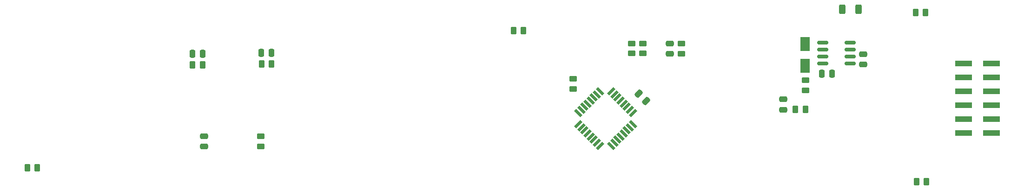
<source format=gtp>
%TF.GenerationSoftware,KiCad,Pcbnew,6.0.11+dfsg-1*%
%TF.CreationDate,2023-11-10T00:48:11+01:00*%
%TF.ProjectId,tallySdoAdapter,74616c6c-7953-4646-9f41-646170746572,0.1*%
%TF.SameCoordinates,Original*%
%TF.FileFunction,Paste,Top*%
%TF.FilePolarity,Positive*%
%FSLAX46Y46*%
G04 Gerber Fmt 4.6, Leading zero omitted, Abs format (unit mm)*
G04 Created by KiCad (PCBNEW 6.0.11+dfsg-1) date 2023-11-10 00:48:11*
%MOMM*%
%LPD*%
G01*
G04 APERTURE LIST*
G04 Aperture macros list*
%AMRoundRect*
0 Rectangle with rounded corners*
0 $1 Rounding radius*
0 $2 $3 $4 $5 $6 $7 $8 $9 X,Y pos of 4 corners*
0 Add a 4 corners polygon primitive as box body*
4,1,4,$2,$3,$4,$5,$6,$7,$8,$9,$2,$3,0*
0 Add four circle primitives for the rounded corners*
1,1,$1+$1,$2,$3*
1,1,$1+$1,$4,$5*
1,1,$1+$1,$6,$7*
1,1,$1+$1,$8,$9*
0 Add four rect primitives between the rounded corners*
20,1,$1+$1,$2,$3,$4,$5,0*
20,1,$1+$1,$4,$5,$6,$7,0*
20,1,$1+$1,$6,$7,$8,$9,0*
20,1,$1+$1,$8,$9,$2,$3,0*%
%AMRotRect*
0 Rectangle, with rotation*
0 The origin of the aperture is its center*
0 $1 length*
0 $2 width*
0 $3 Rotation angle, in degrees counterclockwise*
0 Add horizontal line*
21,1,$1,$2,0,0,$3*%
G04 Aperture macros list end*
%ADD10RoundRect,0.250000X0.450000X-0.262500X0.450000X0.262500X-0.450000X0.262500X-0.450000X-0.262500X0*%
%ADD11RoundRect,0.250000X0.250000X0.475000X-0.250000X0.475000X-0.250000X-0.475000X0.250000X-0.475000X0*%
%ADD12RoundRect,0.250000X-0.450000X0.262500X-0.450000X-0.262500X0.450000X-0.262500X0.450000X0.262500X0*%
%ADD13RoundRect,0.250000X0.262500X0.450000X-0.262500X0.450000X-0.262500X-0.450000X0.262500X-0.450000X0*%
%ADD14R,1.800000X2.500000*%
%ADD15R,3.150000X1.000000*%
%ADD16RoundRect,0.250000X-0.262500X-0.450000X0.262500X-0.450000X0.262500X0.450000X-0.262500X0.450000X0*%
%ADD17RoundRect,0.250000X-0.475000X0.250000X-0.475000X-0.250000X0.475000X-0.250000X0.475000X0.250000X0*%
%ADD18RoundRect,0.150000X-0.825000X-0.150000X0.825000X-0.150000X0.825000X0.150000X-0.825000X0.150000X0*%
%ADD19RoundRect,0.250000X0.475000X-0.250000X0.475000X0.250000X-0.475000X0.250000X-0.475000X-0.250000X0*%
%ADD20RotRect,1.600000X0.550000X45.000000*%
%ADD21RotRect,1.600000X0.550000X135.000000*%
%ADD22RoundRect,0.250000X-0.512652X-0.159099X-0.159099X-0.512652X0.512652X0.159099X0.159099X0.512652X0*%
%ADD23RoundRect,0.250000X0.312500X0.625000X-0.312500X0.625000X-0.312500X-0.625000X0.312500X-0.625000X0*%
%ADD24RoundRect,0.250000X-0.250000X-0.475000X0.250000X-0.475000X0.250000X0.475000X-0.250000X0.475000X0*%
G04 APERTURE END LIST*
D10*
%TO.C,R11*%
X194843400Y-107287700D03*
X194843400Y-105462700D03*
%TD*%
D11*
%TO.C,C5*%
X129260600Y-107213400D03*
X127360600Y-107213400D03*
%TD*%
D12*
%TO.C,R9*%
X127304800Y-122455300D03*
X127304800Y-124280300D03*
%TD*%
%TO.C,R8*%
X184200800Y-111939700D03*
X184200800Y-113764700D03*
%TD*%
D11*
%TO.C,CT1*%
X231363600Y-111023400D03*
X229463600Y-111023400D03*
%TD*%
D13*
%TO.C,R4*%
X86561300Y-128168400D03*
X84736300Y-128168400D03*
%TD*%
D14*
%TO.C,D5*%
X226453700Y-105549700D03*
X226453700Y-109549700D03*
%TD*%
D13*
%TO.C,R3*%
X226466400Y-117475000D03*
X224641400Y-117475000D03*
%TD*%
D15*
%TO.C,J1*%
X255285000Y-109143800D03*
X260335000Y-109143800D03*
X255285000Y-111683800D03*
X260335000Y-111683800D03*
X255285000Y-114223800D03*
X260335000Y-114223800D03*
X255285000Y-116763800D03*
X260335000Y-116763800D03*
X255285000Y-119303800D03*
X260335000Y-119303800D03*
X255285000Y-121843800D03*
X260335000Y-121843800D03*
%TD*%
D16*
%TO.C,R14*%
X246714000Y-130708400D03*
X248539000Y-130708400D03*
%TD*%
D17*
%TO.C,C9*%
X222427800Y-115646200D03*
X222427800Y-117546200D03*
%TD*%
D10*
%TO.C,R2*%
X226479100Y-114004100D03*
X226479100Y-112179100D03*
%TD*%
D13*
%TO.C,R7*%
X129235200Y-109194600D03*
X127410200Y-109194600D03*
%TD*%
D12*
%TO.C,R13*%
X203860400Y-105488100D03*
X203860400Y-107313100D03*
%TD*%
D18*
%TO.C,U1*%
X229657100Y-105270300D03*
X229657100Y-106540300D03*
X229657100Y-107810300D03*
X229657100Y-109080300D03*
X234607100Y-109080300D03*
X234607100Y-107810300D03*
X234607100Y-106540300D03*
X234607100Y-105270300D03*
%TD*%
D19*
%TO.C,C6*%
X116916200Y-124282200D03*
X116916200Y-122382200D03*
%TD*%
D16*
%TO.C,R10*%
X173306100Y-103149400D03*
X175131100Y-103149400D03*
%TD*%
D20*
%TO.C,U2*%
X185097050Y-120206666D03*
X185662736Y-120772351D03*
X186228421Y-121338037D03*
X186794106Y-121903722D03*
X187359792Y-122469408D03*
X187925477Y-123035093D03*
X188491163Y-123600778D03*
X189056848Y-124166464D03*
D21*
X191107458Y-124166464D03*
X191673143Y-123600778D03*
X192238829Y-123035093D03*
X192804514Y-122469408D03*
X193370200Y-121903722D03*
X193935885Y-121338037D03*
X194501570Y-120772351D03*
X195067256Y-120206666D03*
D20*
X195067256Y-118156056D03*
X194501570Y-117590371D03*
X193935885Y-117024685D03*
X193370200Y-116459000D03*
X192804514Y-115893314D03*
X192238829Y-115327629D03*
X191673143Y-114761944D03*
X191107458Y-114196258D03*
D21*
X189056848Y-114196258D03*
X188491163Y-114761944D03*
X187925477Y-115327629D03*
X187359792Y-115893314D03*
X186794106Y-116459000D03*
X186228421Y-117024685D03*
X185662736Y-117590371D03*
X185097050Y-118156056D03*
%TD*%
D22*
%TO.C,C3*%
X196102049Y-114644249D03*
X197445551Y-115987751D03*
%TD*%
D17*
%TO.C,C7*%
X201777600Y-105450600D03*
X201777600Y-107350600D03*
%TD*%
D19*
%TO.C,C8*%
X237007400Y-109331800D03*
X237007400Y-107431800D03*
%TD*%
D12*
%TO.C,R12*%
X196875400Y-105464600D03*
X196875400Y-107289600D03*
%TD*%
D16*
%TO.C,R6*%
X114833400Y-109347000D03*
X116658400Y-109347000D03*
%TD*%
D23*
%TO.C,R1*%
X236118400Y-99237800D03*
X233193400Y-99237800D03*
%TD*%
D16*
%TO.C,R5*%
X246561600Y-99771200D03*
X248386600Y-99771200D03*
%TD*%
D24*
%TO.C,C4*%
X114813000Y-107365800D03*
X116713000Y-107365800D03*
%TD*%
M02*

</source>
